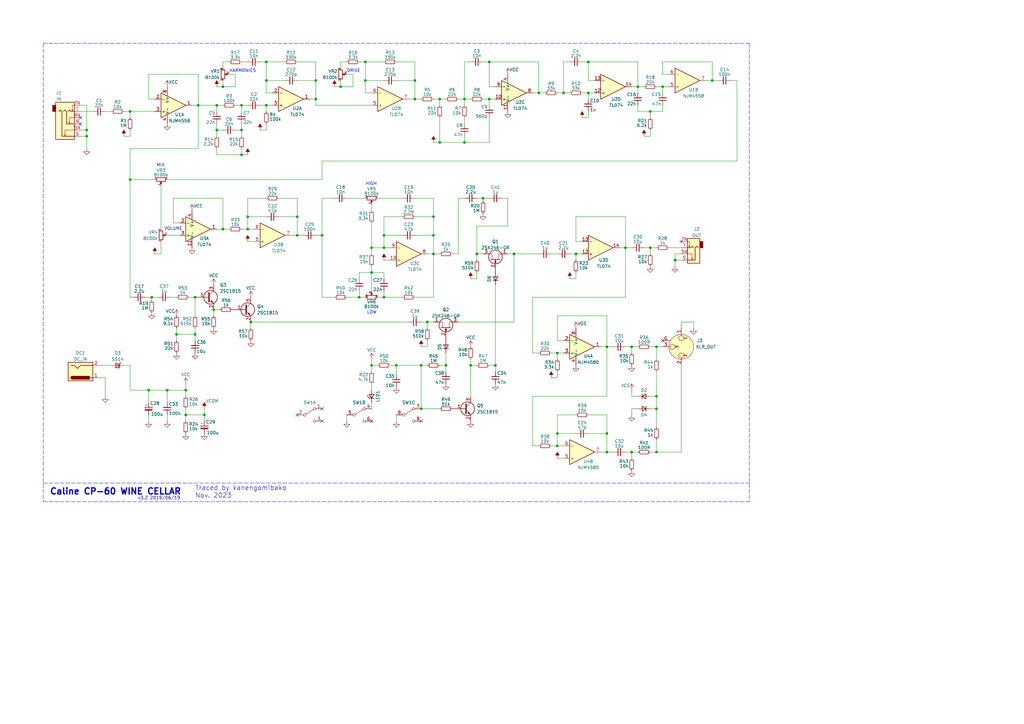
<source format=kicad_sch>
(kicad_sch (version 20230121) (generator eeschema)
  (paper "A3")
  (junction (at 228.6 182.88))
  (junction (at 162.56 149.86))
  (junction (at 269.24 142.24))
  (junction (at 53.34 45.72))
  (junction (at 76.2 160.02))
  (junction (at 88.9 43.18))
  (junction (at 81.28 43.18))
  (junction (at 177.8 96.52))
  (junction (at 203.2 149.86))
  (junction (at 149.86 33.02))
  (junction (at 172.72 167.64))
  (junction (at 152.4 101.6))
  (junction (at 83.82 170.18))
  (junction (at 220.98 38.1))
  (junction (at 259.08 142.24))
  (junction (at 259.08 185.42))
  (junction (at 172.72 149.86))
  (junction (at 193.04 149.86))
  (junction (at 87.63 127))
  (junction (at 129.54 33.02))
  (junction (at 121.92 96.52))
  (junction (at 80.01 121.92))
  (junction (at 248.92 177.8))
  (junction (at 109.22 25.4))
  (junction (at 190.5 40.64))
  (junction (at 152.4 111.76))
  (junction (at 292.1 33.02))
  (junction (at 99.06 63.5))
  (junction (at 99.06 53.34))
  (junction (at 271.78 35.56))
  (junction (at 261.62 35.56))
  (junction (at 101.6 93.98))
  (junction (at 248.92 185.42))
  (junction (at 149.86 25.4))
  (junction (at 101.6 88.9))
  (junction (at 102.87 132.08))
  (junction (at 269.24 185.42))
  (junction (at 177.8 88.9))
  (junction (at 60.96 160.02))
  (junction (at 266.7 101.6))
  (junction (at 129.54 40.64))
  (junction (at 121.92 88.9))
  (junction (at 175.26 132.08))
  (junction (at 180.34 40.64))
  (junction (at 62.23 121.92))
  (junction (at 190.5 58.42))
  (junction (at 200.66 25.4))
  (junction (at 195.58 104.14))
  (junction (at 276.86 106.68))
  (junction (at 170.18 40.64))
  (junction (at 266.7 45.72))
  (junction (at 269.24 162.56))
  (junction (at 157.48 101.6))
  (junction (at 228.6 177.8))
  (junction (at 35.56 55.88))
  (junction (at 177.8 104.14))
  (junction (at 198.12 81.28))
  (junction (at 182.88 149.86))
  (junction (at 231.14 38.1))
  (junction (at 236.22 104.14))
  (junction (at 88.9 53.34))
  (junction (at 91.44 93.98))
  (junction (at 53.34 73.66))
  (junction (at 91.44 35.56))
  (junction (at 80.01 137.16))
  (junction (at 99.06 43.18))
  (junction (at 256.54 101.6))
  (junction (at 170.18 33.02))
  (junction (at 35.56 53.34))
  (junction (at 147.32 121.92))
  (junction (at 109.22 43.18))
  (junction (at 139.7 35.56))
  (junction (at 132.08 96.52))
  (junction (at 157.48 121.92))
  (junction (at 109.22 33.02))
  (junction (at 269.24 167.64))
  (junction (at 72.39 137.16))
  (junction (at 68.58 160.02))
  (junction (at 180.34 58.42))
  (junction (at 200.66 40.64))
  (junction (at 152.4 149.86))
  (junction (at 248.92 142.24))
  (junction (at 76.2 170.18))
  (junction (at 241.3 25.4))
  (junction (at 157.48 96.52))
  (junction (at 228.6 144.78))
  (junction (at 210.82 104.14))
  (junction (at 241.3 38.1))
  (no_connect (at 121.92 170.18))
  (no_connect (at 271.78 139.7))
  (no_connect (at 33.02 48.26))
  (no_connect (at 279.4 99.06))
  (no_connect (at 172.72 172.72))
  (no_connect (at 152.4 172.72))
  (no_connect (at 132.08 167.64))
  (no_connect (at 132.08 172.72))
  (no_connect (at 33.02 50.8))
  (wire (pts (xy 38.1 45.72) (xy 33.02 45.72)))
  (wire (pts (xy 53.34 121.92) (xy 54.61 121.92)))
  (wire (pts (xy 259.08 185.42) (xy 261.62 185.42)))
  (wire (pts (xy 144.78 35.56) (xy 139.7 35.56)))
  (wire (pts (xy 53.34 73.66) (xy 63.5 73.66)))
  (wire (pts (xy 271.78 45.72) (xy 271.78 43.18)))
  (wire (pts (xy 198.12 81.28) (xy 200.66 81.28)))
  (wire (pts (xy 91.44 27.94) (xy 91.44 25.4)))
  (wire (pts (xy 193.04 25.4) (xy 190.5 25.4)))
  (wire (pts (xy 33.02 53.34) (xy 35.56 53.34)))
  (wire (pts (xy 157.48 33.02) (xy 149.86 33.02)))
  (wire (pts (xy 157.48 106.68) (xy 160.02 106.68)))
  (wire (pts (xy 91.44 93.98) (xy 93.98 93.98)))
  (wire (pts (xy 102.87 132.08) (xy 167.64 132.08)))
  (wire (pts (xy 228.6 38.1) (xy 231.14 38.1)))
  (wire (pts (xy 177.8 58.42) (xy 180.34 58.42)))
  (wire (pts (xy 162.56 172.72) (xy 162.56 170.18)))
  (wire (pts (xy 241.3 45.72) (xy 241.3 48.26)))
  (wire (pts (xy 68.58 172.72) (xy 68.58 170.18)))
  (wire (pts (xy 99.06 43.18) (xy 99.06 45.72)))
  (wire (pts (xy 116.84 33.02) (xy 109.22 33.02)))
  (wire (pts (xy 81.28 30.48) (xy 81.28 43.18)))
  (wire (pts (xy 271.78 35.56) (xy 271.78 38.1)))
  (wire (pts (xy 160.02 101.6) (xy 157.48 101.6)))
  (wire (pts (xy 228.6 139.7) (xy 228.6 129.54)))
  (wire (pts (xy 121.92 25.4) (xy 129.54 25.4)))
  (wire (pts (xy 162.56 33.02) (xy 170.18 33.02)))
  (wire (pts (xy 172.72 40.64) (xy 170.18 40.64)))
  (wire (pts (xy 60.96 40.64) (xy 60.96 30.48)))
  (wire (pts (xy 109.22 88.9) (xy 101.6 88.9)))
  (wire (pts (xy 177.8 40.64) (xy 180.34 40.64)))
  (wire (pts (xy 266.7 45.72) (xy 271.78 45.72)))
  (wire (pts (xy 241.3 25.4) (xy 261.62 25.4)))
  (wire (pts (xy 284.48 132.08) (xy 284.48 134.62)))
  (wire (pts (xy 218.44 182.88) (xy 218.44 162.56)))
  (wire (pts (xy 157.48 96.52) (xy 157.48 88.9)))
  (wire (pts (xy 182.88 149.86) (xy 182.88 152.4)))
  (wire (pts (xy 195.58 149.86) (xy 193.04 149.86)))
  (wire (pts (xy 180.34 104.14) (xy 177.8 104.14)))
  (wire (pts (xy 76.2 160.02) (xy 76.2 162.56)))
  (wire (pts (xy 203.2 149.86) (xy 203.2 116.84)))
  (wire (pts (xy 40.64 149.86) (xy 45.72 149.86)))
  (wire (pts (xy 81.28 43.18) (xy 88.9 43.18)))
  (wire (pts (xy 162.56 25.4) (xy 170.18 25.4)))
  (wire (pts (xy 261.62 45.72) (xy 266.7 45.72)))
  (wire (pts (xy 121.92 81.28) (xy 114.3 81.28)))
  (wire (pts (xy 152.4 147.32) (xy 152.4 149.86)))
  (wire (pts (xy 269.24 185.42) (xy 279.4 185.42)))
  (wire (pts (xy 33.02 43.18) (xy 35.56 43.18)))
  (wire (pts (xy 162.56 149.86) (xy 162.56 153.67)))
  (wire (pts (xy 165.1 88.9) (xy 157.48 88.9)))
  (wire (pts (xy 154.94 81.28) (xy 165.1 81.28)))
  (wire (pts (xy 35.56 43.18) (xy 35.56 53.34)))
  (wire (pts (xy 88.9 43.18) (xy 91.44 43.18)))
  (wire (pts (xy 175.26 132.08) (xy 177.8 132.08)))
  (wire (pts (xy 175.26 139.7) (xy 175.26 142.24)))
  (wire (pts (xy 210.82 104.14) (xy 220.98 104.14)))
  (wire (pts (xy 119.38 96.52) (xy 121.92 96.52)))
  (wire (pts (xy 91.44 81.28) (xy 91.44 93.98)))
  (wire (pts (xy 83.82 170.18) (xy 83.82 172.72)))
  (wire (pts (xy 248.92 129.54) (xy 248.92 142.24)))
  (wire (pts (xy 266.7 101.6) (xy 266.7 104.14)))
  (wire (pts (xy 35.56 55.88) (xy 35.56 60.96)))
  (wire (pts (xy 200.66 40.64) (xy 198.12 40.64)))
  (wire (pts (xy 228.6 170.18) (xy 228.6 177.8)))
  (wire (pts (xy 81.28 43.18) (xy 78.74 43.18)))
  (wire (pts (xy 157.48 101.6) (xy 152.4 101.6)))
  (wire (pts (xy 259.08 167.64) (xy 259.08 170.18)))
  (wire (pts (xy 248.92 142.24) (xy 246.38 142.24)))
  (wire (pts (xy 187.96 132.08) (xy 210.82 132.08)))
  (wire (pts (xy 132.08 96.52) (xy 132.08 121.92)))
  (wire (pts (xy 132.08 81.28) (xy 137.16 81.28)))
  (wire (pts (xy 223.52 38.1) (xy 220.98 38.1)))
  (wire (pts (xy 99.06 55.88) (xy 99.06 53.34)))
  (wire (pts (xy 200.66 48.26) (xy 200.66 58.42)))
  (wire (pts (xy 195.58 106.68) (xy 195.58 104.14)))
  (wire (pts (xy 170.18 81.28) (xy 177.8 81.28)))
  (wire (pts (xy 236.22 114.3) (xy 236.22 111.76)))
  (wire (pts (xy 62.23 121.92) (xy 64.77 121.92)))
  (wire (pts (xy 292.1 25.4) (xy 292.1 33.02)))
  (wire (pts (xy 208.28 104.14) (xy 210.82 104.14)))
  (wire (pts (xy 147.32 119.38) (xy 147.32 121.92)))
  (wire (pts (xy 142.24 121.92) (xy 147.32 121.92)))
  (wire (pts (xy 129.54 43.18) (xy 152.4 43.18)))
  (wire (pts (xy 180.34 40.64) (xy 180.34 43.18)))
  (wire (pts (xy 53.34 53.34) (xy 53.34 55.88)))
  (wire (pts (xy 190.5 55.88) (xy 190.5 58.42)))
  (wire (pts (xy 269.24 180.34) (xy 269.24 185.42)))
  (wire (pts (xy 43.18 154.94) (xy 43.18 162.56)))
  (wire (pts (xy 266.7 167.64) (xy 269.24 167.64)))
  (wire (pts (xy 266.7 162.56) (xy 269.24 162.56)))
  (wire (pts (xy 72.39 137.16) (xy 80.01 137.16)))
  (wire (pts (xy 91.44 53.34) (xy 88.9 53.34)))
  (wire (pts (xy 274.32 35.56) (xy 271.78 35.56)))
  (wire (pts (xy 142.24 30.48) (xy 144.78 30.48)))
  (wire (pts (xy 259.08 142.24) (xy 259.08 144.78)))
  (polyline (pts (xy 17.78 17.78) (xy 17.78 205.74)) (stroke (width 0) (type dash)))
  (wire (pts (xy 177.8 81.28) (xy 177.8 88.9)))
  (wire (pts (xy 109.22 43.18) (xy 111.76 43.18)))
  (wire (pts (xy 160.02 149.86) (xy 162.56 149.86)))
  (wire (pts (xy 261.62 25.4) (xy 261.62 35.56)))
  (wire (pts (xy 139.7 35.56) (xy 139.7 33.02)))
  (wire (pts (xy 88.9 63.5) (xy 99.06 63.5)))
  (wire (pts (xy 59.69 121.92) (xy 62.23 121.92)))
  (wire (pts (xy 220.98 38.1) (xy 218.44 38.1)))
  (wire (pts (xy 269.24 152.4) (xy 269.24 162.56)))
  (wire (pts (xy 152.4 152.4) (xy 152.4 149.86)))
  (wire (pts (xy 200.66 43.18) (xy 200.66 40.64)))
  (wire (pts (xy 226.06 144.78) (xy 228.6 144.78)))
  (wire (pts (xy 266.7 142.24) (xy 269.24 142.24)))
  (wire (pts (xy 187.96 104.14) (xy 185.42 104.14)))
  (wire (pts (xy 200.66 25.4) (xy 220.98 25.4)))
  (wire (pts (xy 162.56 149.86) (xy 172.72 149.86)))
  (wire (pts (xy 279.4 134.62) (xy 279.4 132.08)))
  (wire (pts (xy 68.58 73.66) (xy 132.08 73.66)))
  (wire (pts (xy 238.76 25.4) (xy 241.3 25.4)))
  (wire (pts (xy 99.06 60.96) (xy 99.06 63.5)))
  (wire (pts (xy 60.96 30.48) (xy 81.28 30.48)))
  (wire (pts (xy 269.24 142.24) (xy 271.78 142.24)))
  (wire (pts (xy 33.02 55.88) (xy 35.56 55.88)))
  (wire (pts (xy 177.8 104.14) (xy 175.26 104.14)))
  (wire (pts (xy 190.5 25.4) (xy 190.5 40.64)))
  (wire (pts (xy 218.44 121.92) (xy 256.54 121.92)))
  (wire (pts (xy 241.3 48.26) (xy 238.76 48.26)))
  (wire (pts (xy 231.14 187.96) (xy 228.6 187.96)))
  (wire (pts (xy 193.04 149.86) (xy 193.04 162.56)))
  (wire (pts (xy 147.32 121.92) (xy 149.86 121.92)))
  (wire (pts (xy 53.34 55.88) (xy 50.8 55.88)))
  (wire (pts (xy 147.32 114.3) (xy 147.32 111.76)))
  (wire (pts (xy 256.54 101.6) (xy 254 101.6)))
  (wire (pts (xy 175.26 142.24) (xy 172.72 142.24)))
  (wire (pts (xy 76.2 170.18) (xy 76.2 172.72)))
  (wire (pts (xy 269.24 35.56) (xy 271.78 35.56)))
  (wire (pts (xy 73.66 91.44) (xy 71.12 91.44)))
  (wire (pts (xy 241.3 170.18) (xy 248.92 170.18)))
  (wire (pts (xy 66.04 99.06) (xy 66.04 104.14)))
  (wire (pts (xy 152.4 83.82) (xy 152.4 86.36)))
  (wire (pts (xy 109.22 25.4) (xy 109.22 33.02)))
  (wire (pts (xy 251.46 142.24) (xy 248.92 142.24)))
  (wire (pts (xy 200.66 25.4) (xy 198.12 25.4)))
  (wire (pts (xy 261.62 35.56) (xy 261.62 38.1)))
  (wire (pts (xy 88.9 53.34) (xy 88.9 50.8)))
  (wire (pts (xy 129.54 43.18) (xy 129.54 40.64)))
  (wire (pts (xy 170.18 121.92) (xy 177.8 121.92)))
  (wire (pts (xy 53.34 121.92) (xy 53.34 73.66)))
  (polyline (pts (xy 17.78 205.74) (xy 307.34 205.74)) (stroke (width 0) (type dash)))
  (wire (pts (xy 172.72 149.86) (xy 175.26 149.86)))
  (wire (pts (xy 152.4 167.64) (xy 152.4 165.1)))
  (wire (pts (xy 45.72 45.72) (xy 43.18 45.72)))
  (wire (pts (xy 80.01 134.62) (xy 80.01 137.16)))
  (wire (pts (xy 259.08 162.56) (xy 259.08 160.02)))
  (wire (pts (xy 200.66 25.4) (xy 200.66 35.56)))
  (wire (pts (xy 228.6 152.4) (xy 228.6 154.94)))
  (wire (pts (xy 299.72 33.02) (xy 302.26 33.02)))
  (wire (pts (xy 203.2 149.86) (xy 203.2 152.4)))
  (wire (pts (xy 241.3 33.02) (xy 241.3 25.4)))
  (wire (pts (xy 208.28 81.28) (xy 208.28 92.71)))
  (wire (pts (xy 129.54 96.52) (xy 132.08 96.52)))
  (wire (pts (xy 220.98 144.78) (xy 218.44 144.78)))
  (wire (pts (xy 87.63 127) (xy 90.17 127)))
  (wire (pts (xy 62.23 121.92) (xy 62.23 123.19)))
  (polyline (pts (xy 17.78 17.78) (xy 307.34 17.78)) (stroke (width 0) (type dash)))
  (wire (pts (xy 274.32 30.48) (xy 271.78 30.48)))
  (wire (pts (xy 170.18 96.52) (xy 177.8 96.52)))
  (wire (pts (xy 106.68 53.34) (xy 109.22 53.34)))
  (wire (pts (xy 121.92 88.9) (xy 121.92 81.28)))
  (wire (pts (xy 152.4 157.48) (xy 152.4 160.02)))
  (wire (pts (xy 236.22 99.06) (xy 236.22 88.9)))
  (wire (pts (xy 218.44 121.92) (xy 218.44 144.78)))
  (wire (pts (xy 76.2 157.48) (xy 76.2 160.02)))
  (wire (pts (xy 99.06 53.34) (xy 99.06 50.8)))
  (wire (pts (xy 157.48 111.76) (xy 152.4 111.76)))
  (wire (pts (xy 264.16 101.6) (xy 266.7 101.6)))
  (wire (pts (xy 142.24 81.28) (xy 149.86 81.28)))
  (wire (pts (xy 129.54 40.64) (xy 127 40.64)))
  (wire (pts (xy 276.86 106.68) (xy 276.86 109.22)))
  (wire (pts (xy 152.4 101.6) (xy 152.4 104.14)))
  (wire (pts (xy 180.34 149.86) (xy 182.88 149.86)))
  (wire (pts (xy 157.48 121.92) (xy 165.1 121.92)))
  (wire (pts (xy 243.84 33.02) (xy 241.3 33.02)))
  (wire (pts (xy 220.98 25.4) (xy 220.98 38.1)))
  (wire (pts (xy 259.08 142.24) (xy 261.62 142.24)))
  (wire (pts (xy 266.7 55.88) (xy 264.16 55.88)))
  (wire (pts (xy 132.08 121.92) (xy 137.16 121.92)))
  (wire (pts (xy 121.92 96.52) (xy 121.92 88.9)))
  (wire (pts (xy 106.68 25.4) (xy 109.22 25.4)))
  (wire (pts (xy 177.8 96.52) (xy 177.8 104.14)))
  (wire (pts (xy 93.98 30.48) (xy 96.52 30.48)))
  (wire (pts (xy 53.34 60.96) (xy 53.34 73.66)))
  (wire (pts (xy 50.8 149.86) (xy 53.34 149.86)))
  (wire (pts (xy 170.18 33.02) (xy 170.18 40.64)))
  (wire (pts (xy 172.72 167.64) (xy 172.72 149.86)))
  (wire (pts (xy 233.68 114.3) (xy 236.22 114.3)))
  (wire (pts (xy 256.54 142.24) (xy 259.08 142.24)))
  (wire (pts (xy 66.04 76.2) (xy 66.04 93.98)))
  (wire (pts (xy 53.34 60.96) (xy 81.28 60.96)))
  (wire (pts (xy 256.54 88.9) (xy 256.54 101.6)))
  (wire (pts (xy 109.22 53.34) (xy 109.22 50.8)))
  (wire (pts (xy 99.06 25.4) (xy 101.6 25.4)))
  (wire (pts (xy 132.08 66.04) (xy 132.08 73.66)))
  (wire (pts (xy 152.4 149.86) (xy 154.94 149.86)))
  (wire (pts (xy 81.28 43.18) (xy 81.28 60.96)))
  (wire (pts (xy 50.8 45.72) (xy 53.34 45.72)))
  (wire (pts (xy 87.63 127) (xy 87.63 129.54)))
  (wire (pts (xy 116.84 25.4) (xy 109.22 25.4)))
  (wire (pts (xy 203.2 40.64) (xy 200.66 40.64)))
  (wire (pts (xy 35.56 53.34) (xy 35.56 55.88)))
  (wire (pts (xy 220.98 182.88) (xy 218.44 182.88)))
  (wire (pts (xy 63.5 40.64) (xy 60.96 40.64)))
  (wire (pts (xy 294.64 33.02) (xy 292.1 33.02)))
  (wire (pts (xy 276.86 106.68) (xy 279.4 106.68)))
  (wire (pts (xy 195.58 114.3) (xy 195.58 111.76)))
  (wire (pts (xy 53.34 48.26) (xy 53.34 45.72)))
  (wire (pts (xy 147.32 111.76) (xy 152.4 111.76)))
  (wire (pts (xy 243.84 38.1) (xy 241.3 38.1)))
  (wire (pts (xy 154.94 121.92) (xy 157.48 121.92)))
  (wire (pts (xy 292.1 33.02) (xy 289.56 33.02)))
  (wire (pts (xy 96.52 53.34) (xy 99.06 53.34)))
  (wire (pts (xy 53.34 149.86) (xy 53.34 160.02)))
  (wire (pts (xy 157.48 101.6) (xy 157.48 96.52)))
  (wire (pts (xy 231.14 139.7) (xy 228.6 139.7)))
  (wire (pts (xy 226.06 104.14) (xy 228.6 104.14)))
  (wire (pts (xy 190.5 58.42) (xy 180.34 58.42)))
  (wire (pts (xy 77.47 121.92) (xy 80.01 121.92)))
  (wire (pts (xy 60.96 172.72) (xy 60.96 170.18)))
  (wire (pts (xy 261.62 167.64) (xy 259.08 167.64)))
  (wire (pts (xy 88.9 55.88) (xy 88.9 53.34)))
  (wire (pts (xy 71.12 81.28) (xy 71.12 91.44)))
  (wire (pts (xy 53.34 160.02) (xy 60.96 160.02)))
  (wire (pts (xy 60.96 160.02) (xy 60.96 165.1)))
  (wire (pts (xy 88.9 45.72) (xy 88.9 43.18)))
  (wire (pts (xy 256.54 101.6) (xy 259.08 101.6)))
  (wire (pts (xy 248.92 177.8) (xy 248.92 185.42)))
  (wire (pts (xy 228.6 182.88) (xy 228.6 177.8)))
  (wire (pts (xy 251.46 185.42) (xy 248.92 185.42)))
  (wire (pts (xy 96.52 30.48) (xy 96.52 35.56)))
  (wire (pts (xy 241.3 38.1) (xy 238.76 38.1)))
  (wire (pts (xy 195.58 92.71) (xy 195.58 104.14)))
  (wire (pts (xy 266.7 53.34) (xy 266.7 55.88)))
  (wire (pts (xy 231.14 25.4) (xy 233.68 25.4)))
  (wire (pts (xy 261.62 35.56) (xy 259.08 35.56)))
  (wire (pts (xy 88.9 93.98) (xy 91.44 93.98)))
  (wire (pts (xy 193.04 147.32) (xy 193.04 149.86)))
  (wire (pts (xy 104.14 99.06) (xy 101.6 99.06)))
  (wire (pts (xy 266.7 48.26) (xy 266.7 45.72)))
  (wire (pts (xy 210.82 104.14) (xy 210.82 132.08)))
  (wire (pts (xy 80.01 137.16) (xy 80.01 139.7)))
  (wire (pts (xy 264.16 35.56) (xy 261.62 35.56)))
  (wire (pts (xy 256.54 185.42) (xy 259.08 185.42)))
  (wire (pts (xy 231.14 38.1) (xy 233.68 38.1)))
  (wire (pts (xy 236.22 170.18) (xy 228.6 170.18)))
  (wire (pts (xy 187.96 81.28) (xy 190.5 81.28)))
  (wire (pts (xy 266.7 185.42) (xy 269.24 185.42)))
  (wire (pts (xy 72.39 137.16) (xy 72.39 139.7)))
  (wire (pts (xy 241.3 177.8) (xy 248.92 177.8)))
  (wire (pts (xy 279.4 132.08) (xy 284.48 132.08)))
  (wire (pts (xy 152.4 91.44) (xy 152.4 101.6)))
  (wire (pts (xy 195.58 104.14) (xy 198.12 104.14)))
  (wire (pts (xy 236.22 104.14) (xy 238.76 104.14)))
  (wire (pts (xy 248.92 142.24) (xy 248.92 162.56)))
  (polyline (pts (xy 17.78 198.12) (xy 307.34 198.12)) (stroke (width 0) (type dash)))
  (wire (pts (xy 228.6 154.94) (xy 226.06 154.94)))
  (wire (pts (xy 259.08 162.56) (xy 261.62 162.56)))
  (wire (pts (xy 236.22 88.9) (xy 256.54 88.9)))
  (wire (pts (xy 76.2 170.18) (xy 83.82 170.18)))
  (wire (pts (xy 144.78 30.48) (xy 144.78 35.56)))
  (wire (pts (xy 76.2 167.64) (xy 76.2 170.18)))
  (wire (pts (xy 149.86 25.4) (xy 149.86 33.02)))
  (wire (pts (xy 170.18 88.9) (xy 177.8 88.9)))
  (wire (pts (xy 149.86 25.4) (xy 157.48 25.4)))
  (wire (pts (xy 269.24 162.56) (xy 269.24 167.64)))
  (wire (pts (xy 248.92 185.42) (xy 246.38 185.42)))
  (wire (pts (xy 170.18 40.64) (xy 167.64 40.64)))
  (wire (pts (xy 101.6 93.98) (xy 99.06 93.98)))
  (wire (pts (xy 241.3 40.64) (xy 241.3 38.1)))
  (wire (pts (xy 175.26 134.62) (xy 175.26 132.08)))
  (wire (pts (xy 157.48 119.38) (xy 157.48 121.92)))
  (wire (pts (xy 248.92 170.18) (xy 248.92 177.8)))
  (wire (pts (xy 80.01 121.92) (xy 80.01 129.54)))
  (wire (pts (xy 266.7 101.6) (xy 269.24 101.6)))
  (wire (pts (xy 256.54 101.6) (xy 256.54 121.92)))
  (wire (pts (xy 190.5 48.26) (xy 190.5 50.8)))
  (wire (pts (xy 88.9 35.56) (xy 91.44 35.56)))
  (wire (pts (xy 147.32 25.4) (xy 149.86 25.4)))
  (wire (pts (xy 101.6 88.9) (xy 101.6 93.98)))
  (wire (pts (xy 261.62 43.18) (xy 261.62 45.72)))
  (wire (pts (xy 139.7 27.94) (xy 139.7 25.4)))
  (wire (pts (xy 69.85 121.92) (xy 72.39 121.92)))
  (wire (pts (xy 96.52 43.18) (xy 99.06 43.18)))
  (wire (pts (xy 172.72 132.08) (xy 175.26 132.08)))
  (wire (pts (xy 106.68 43.18) (xy 109.22 43.18)))
  (wire (pts (xy 109.22 43.18) (xy 109.22 45.72)))
  (wire (pts (xy 187.96 81.28) (xy 187.96 104.14)))
  (wire (pts (xy 269.24 142.24) (xy 269.24 147.32)))
  (wire (pts (xy 259.08 185.42) (xy 259.08 187.96)))
  (wire (pts (xy 53.34 45.72) (xy 63.5 45.72)))
  (wire (pts (xy 170.18 25.4) (xy 170.18 33.02)))
  (wire (pts (xy 180.34 167.64) (xy 172.72 167.64)))
  (wire (pts (xy 137.16 35.56) (xy 139.7 35.56)))
  (wire (pts (xy 114.3 88.9) (xy 121.92 88.9)))
  (wire (pts (xy 121.92 33.02) (xy 129.54 33.02)))
  (wire (pts (xy 228.6 147.32) (xy 228.6 144.78)))
  (wire (pts (xy 99.06 43.18) (xy 101.6 43.18)))
  (wire (pts (xy 236.22 106.68) (xy 236.22 104.14)))
  (wire (pts (xy 198.12 81.28) (xy 198.12 82.55)))
  (wire (pts (xy 83.82 170.18) (xy 83.82 167.64)))
  (wire (pts (xy 276.86 104.14) (xy 276.86 106.68)))
  (wire (pts (xy 142.24 172.72) (xy 142.24 170.18)))
  (wire (pts (xy 124.46 96.52) (xy 121.92 96.52)))
  (wire (pts (xy 238.76 99.06) (xy 236.22 99.06)))
  (wire (pts (xy 91.44 35.56) (xy 91.44 33.02)))
  (wire (pts (xy 152.4 111.76) (xy 152.4 119.38)))
  (wire (pts (xy 71.12 81.28) (xy 91.44 81.28)))
  (wire (pts (xy 231.14 25.4) (xy 231.14 38.1)))
  (wire (pts (xy 228.6 129.54) (xy 248.92 129.54)))
  (wire (pts (xy 88.9 63.5) (xy 88.9 60.96)))
  (wire (pts (xy 129.54 25.4) (xy 129.54 33.02)))
  (wire (pts (xy 203.2 35.56) (xy 200.66 35.56)))
  (wire (pts (xy 231.14 182.88) (xy 228.6 182.88)))
  (wire (pts (xy 302.26 33.02) (xy 302.26 66.04)))
  (wire (pts (xy 101.6 81.28) (xy 109.22 81.28)))
  (wire (pts (xy 228.6 177.8) (xy 236.22 177.8)))
  (wire (pts (xy 193.04 114.3) (xy 195.58 114.3)))
  (wire (pts (xy 129.54 33.02) (xy 129.54 40.64)))
  (wire (pts (xy 157.48 96.52) (xy 165.1 96.52)))
  (wire (pts (xy 180.34 48.26) (xy 180.34 58.42)))
  (wire (pts (xy 152.4 38.1) (xy 149.86 38.1)))
  (wire (pts (xy 182.88 144.78) (xy 182.88 149.86)))
  (wire (pts (xy 60.96 160.02) (xy 68.58 160.02)))
  (wire (pts (xy 200.66 58.42) (xy 190.5 58.42)))
  (wire (pts (xy 149.86 38.1) (xy 149.86 33.02)))
  (wire (pts (xy 195.58 81.28) (xy 198.12 81.28)))
  (wire (pts (xy 279.4 149.86) (xy 279.4 185.42)))
  (wire (pts (xy 132.08 81.28) (xy 132.08 96.52)))
  (wire (pts (xy 152.4 109.22) (xy 152.4 111.76)))
  (wire (pts (xy 233.68 104.14) (xy 236.22 104.14)))
  (wire (pts (xy 111.76 38.1) (xy 109.22 38.1)))
  (wire (pts (xy 218.44 162.56) (xy 248.92 162.56)))
  (wire (pts (xy 72.39 134.62) (xy 72.39 137.16)))
  (wire (pts (xy 63.5 104.14) (xy 66.04 104.14)))
  (wire (pts (xy 271.78 30.48) (xy 271.78 25.4)))
  (wire (pts (xy 208.28 81.28) (xy 205.74 81.28)))
  (wire (pts (xy 302.26 66.04) (xy 132.08 66.04)))
  (wire (pts (xy 180.34 40.64) (xy 182.88 40.64)))
  (wire (pts (xy 276.86 104.14) (xy 279.4 104.14)))
  (wire (pts (xy 177.8 88.9) (xy 177.8 96.52)))
  (wire (pts (xy 228.6 144.78) (xy 231.14 144.78)))
  (wire (pts (xy 193.04 40.64) (xy 190.5 40.64)))
  (wire (pts (xy 104.14 93.98) (xy 101.6 93.98)))
  (wire (pts (xy 91.44 25.4) (xy 93.98 25.4)))
  (wire (pts (xy 271.78 25.4) (xy 292.1 25.4)))
  (wire (pts (xy 96.52 35.56) (xy 91.44 35.56)))
  (wire (pts (xy 68.58 160.02) (xy 76.2 160.02)))
  (wire (pts (xy 109.22 33.02) (xy 109.22 38.1)))
  (wire (pts (xy 228.6 182.88) (xy 226.06 182.88)))
  (wire (pts (xy 68.58 96.52) (xy 73.66 96.52)))
  (wire (pts (xy 177.8 121.92) (xy 177.8 104.14)))
  (wire (pts (xy 200.66 149.86) (xy 203.2 149.86)))
  (wire (pts (xy 157.48 114.3) (xy 157.48 111.76)))
  (wire (pts (xy 40.64 154.94) (xy 43.18 154.94)))
  (wire (pts (xy 274.32 101.6) (xy 279.4 101.6)))
  (wire (pts (xy 68.58 160.02) (xy 68.58 165.1)))
  (wire (pts (xy 190.5 43.18) (xy 190.5 40.64)))
  (wire (pts (xy 208.28 92.71) (xy 195.58 92.71)))
  (wire (pts (xy 139.7 25.4) (xy 142.24 25.4)))
  (wire (pts (xy 101.6 88.9) (xy 101.6 81.28)))
  (wire (pts (xy 101.6 63.5) (xy 99.06 63.5)))
  (wire (pts (xy 102.87 134.62) (xy 102.87 132.08)))
  (wire (pts (xy 190.5 40.64) (xy 187.96 40.64)))
  (wire (pts (xy 269.24 167.64) (xy 269.24 175.26)))
  (polyline (pts (xy 307.34 17.78) (xy 307.34 205.74)) (stroke (width 0) (type dash)))
  (text "MIX" (at 64.135 68.58 0) (effects (font (size 1.27 1.27)) (justify left bottom)))
  (text "LOW" (at 150.495 128.905 0) (effects (font (size 1.27 1.27)) (justify left bottom)))
  (text "Traced by kanengomibako\nNov. 2023" (at 80.01 204.47 0) (effects (font (size 1.905 1.905)) (justify left bottom)))
  (text "VOLUME" (at 67.31 94.615 0) (effects (font (size 1.27 1.27)) (justify left bottom)))
  (text "DRIVE" (at 142.24 29.845 0) (effects (font (size 1.27 1.27)) (justify left bottom)))
  (text "Caline CP-60 WINE CELLAR" (at 20.32 203.2 0) (effects (font (size 2.54 2.54) (thickness 0.508) bold) (justify left bottom)))
  (text "v3.2 2019/06/19" (at 56.515 205.105 0) (effects (font (size 1.27 1.27)) (justify left bottom)))
  (text "HARMONICS" (at 93.98 29.845 0) (effects (font (size 1.27 1.27)) (justify left bottom)))
  (text "HIGH" (at 149.86 76.2 0) (effects (font (size 1.27 1.27)) (justify left bottom)))
  (symbol (lib_id "power:VCOM") (at 50.8 55.88 0) (unit 1)
    (property "Reference" "#PWR0103" (effects hide))
    (property "Value" "VCOM" (effects hide))
  )
  (symbol (lib_id "Device:R_Small") (at 193.04 144.78 0) (unit 1)
    (property "Reference" "R48" (at 191.77 143.51 0) (effects (justify right)))
    (property "Value" "10k" (at 191.77 145.415 0) (effects (justify right)))
    (property "Footprint" "Resistor_SMD:R_0603_1608Metric" (effects hide))
  )
  (symbol (lib_id "Device:R_Small") (at 198.12 149.86 270) (unit 1)
    (property "Reference" "R47" (at 198.12 146.05 90))
    (property "Value" "1M" (at 198.12 147.955 90))
    (property "Footprint" "Resistor_SMD:R_0603_1608Metric" (effects hide))
  )
  (symbol (lib_id "Device:C_Small") (at 203.2 154.94 180) (unit 1)
    (property "Reference" "C34" (at 203.835 153.035 0) (effects (justify right)))
    (property "Value" "47n" (at 203.835 156.845 0) (effects (justify right)))
    (property "Footprint" "Capacitor_SMD:C_0603_1608Metric" (effects hide))
  )
  (symbol (lib_id "Device:R_Small") (at 76.2 165.1 0) (mirror y) (unit 1)
    (property "Reference" "R26" (at 77.47 163.83 0) (effects (justify right)))
    (property "Value" "10k" (at 77.47 165.735 0) (effects (justify right)))
    (property "Footprint" "Resistor_SMD:R_0603_1608Metric" (effects hide))
  )
  (symbol (lib_id "Device:R_Small") (at 76.2 175.26 0) (mirror y) (unit 1)
    (property "Reference" "R24" (at 77.47 173.99 0) (effects (justify right)))
    (property "Value" "10k" (at 77.47 175.895 0) (effects (justify right)))
    (property "Footprint" "Resistor_SMD:R_0603_1608Metric" (effects hide))
  )
  (symbol (lib_id "power:GND") (at 76.2 177.8 0) (unit 1)
    (property "Reference" "#PWR0109" (effects hide))
    (property "Value" "GND" (effects hide))
  )
  (symbol (lib_id "power:GND") (at 83.82 177.8 0) (unit 1)
    (property "Reference" "#PWR0113" (effects hide))
    (property "Value" "GND" (effects hide))
  )
  (symbol (lib_id "Device:R_Small") (at 177.8 149.86 90) (mirror x) (unit 1)
    (property "Reference" "R46" (at 177.8 146.05 90))
    (property "Value" "1M" (at 177.8 147.955 90))
    (property "Footprint" "Resistor_SMD:R_0603_1608Metric" (effects hide))
  )
  (symbol (lib_id "Device:C_Small") (at 182.88 154.94 0) (mirror x) (unit 1)
    (property "Reference" "C38" (at 182.245 153.035 0) (effects (justify right)))
    (property "Value" "47n" (at 182.245 156.845 0) (effects (justify right)))
    (property "Footprint" "Capacitor_SMD:C_0603_1608Metric" (effects hide))
  )
  (symbol (lib_id "power:GND") (at 162.56 158.75 0) (unit 1)
    (property "Reference" "#PWR0120" (effects hide))
    (property "Value" "GND" (effects hide))
  )
  (symbol (lib_id "Device:R_Small") (at 53.34 50.8 0) (unit 1)
    (property "Reference" "R1" (at 52.07 49.53 0) (effects (justify right)))
    (property "Value" "1M" (at 52.07 51.435 0) (effects (justify right)))
    (property "Footprint" "Resistor_SMD:R_0603_1608Metric" (effects hide))
  )
  (symbol (lib_id "Device:R_Small") (at 48.26 45.72 270) (unit 1)
    (property "Reference" "R2" (at 48.26 41.91 90))
    (property "Value" "10k" (at 48.26 43.815 90))
    (property "Footprint" "Resistor_SMD:R_0603_1608Metric" (effects hide))
  )
  (symbol (lib_id "Device:C_Small") (at 40.64 45.72 270) (unit 1)
    (property "Reference" "C1" (at 40.64 41.275 90))
    (property "Value" "22n" (at 40.64 43.18 90))
    (property "Footprint" "Capacitor_SMD:C_0603_1608Metric" (effects hide))
  )
  (symbol (lib_id "Device:C_Small") (at 119.38 33.02 270) (unit 1)
    (property "Reference" "C12" (at 119.38 28.575 90))
    (property "Value" "270p" (at 119.38 30.48 90))
    (property "Footprint" "Capacitor_SMD:C_0603_1608Metric" (effects hide))
  )
  (symbol (lib_id "Device:C_Small") (at 160.02 33.02 270) (unit 1)
    (property "Reference" "C13" (at 160.02 28.575 90))
    (property "Value" "270p" (at 160.02 30.48 90))
    (property "Footprint" "Capacitor_SMD:C_0603_1608Metric" (effects hide))
  )
  (symbol (lib_id "power:VCOM") (at 63.5 104.14 0) (unit 1)
    (property "Reference" "#PWR0105" (effects hide))
    (property "Value" "VCOM" (effects hide))
  )
  (symbol (lib_id "Device:C_Small") (at 167.64 96.52 270) (unit 1)
    (property "Reference" "C23" (at 167.64 92.075 90))
    (property "Value" "47p" (at 167.64 93.98 90))
    (property "Footprint" "Capacitor_SMD:C_0603_1608Metric" (effects hide))
  )
  (symbol (lib_id "Device:C_Small") (at 127 96.52 270) (unit 1)
    (property "Reference" "C25" (at 127 92.075 90))
    (property "Value" "100n" (at 127 93.98 90))
    (property "Footprint" "Capacitor_SMD:C_0603_1608Metric" (effects hide))
  )
  (symbol (lib_id "power:VCOM") (at 172.72 142.24 0) (unit 1)
    (property "Reference" "#PWR0127" (effects hide))
    (property "Value" "VCOM" (effects hide))
  )
  (symbol (lib_id "Device:R_Small") (at 175.26 137.16 0) (unit 1)
    (property "Reference" "R58" (at 173.99 135.89 0) (effects (justify right)))
    (property "Value" "510k" (at 173.99 137.795 0) (effects (justify right)))
    (property "Footprint" "Resistor_SMD:R_0603_1608Metric" (effects hide))
  )
  (symbol (lib_id "Device:R_Small") (at 236.22 109.22 0) (mirror y) (unit 1)
    (property "Reference" "R23" (at 237.49 107.95 0) (effects (justify right)))
    (property "Value" "10k" (at 237.49 109.855 0) (effects (justify right)))
    (property "Footprint" "Resistor_SMD:R_0603_1608Metric" (effects hide))
  )
  (symbol (lib_id "power:VCOM") (at 233.68 114.3 0) (unit 1)
    (property "Reference" "#PWR0140" (effects hide))
    (property "Value" "VCOM" (effects hide))
  )
  (symbol (lib_id "power:GND") (at 43.18 162.56 0) (unit 1)
    (property "Reference" "#PWR0102" (effects hide))
    (property "Value" "GND" (effects hide))
  )
  (symbol (lib_id "power:VCOM") (at 83.82 167.64 0) (unit 1)
    (property "Reference" "#PWR0112" (effects hide))
    (property "Value" "VCOM" (at 86.995 164.465 0))
  )
  (symbol (lib_id "Device:R_Small") (at 271.78 101.6 270) (unit 1)
    (property "Reference" "R28" (at 271.78 97.79 90))
    (property "Value" "1k" (at 271.78 99.695 90))
    (property "Footprint" "Resistor_SMD:R_0603_1608Metric" (effects hide))
  )
  (symbol (lib_id "Device:R_Small") (at 266.7 106.68 0) (unit 1)
    (property "Reference" "R27" (at 265.43 105.41 0) (effects (justify right)))
    (property "Value" "10k" (at 265.43 107.315 0) (effects (justify right)))
    (property "Footprint" "Resistor_SMD:R_0603_1608Metric" (effects hide))
  )
  (symbol (lib_id "power:GND") (at 266.7 109.22 0) (unit 1)
    (property "Reference" "#PWR0147" (effects hide))
    (property "Value" "GND" (effects hide))
  )
  (symbol (lib_id "Device:R_Small") (at 93.98 43.18 270) (unit 1)
    (property "Reference" "R3" (at 93.98 39.37 90))
    (property "Value" "100k" (at 93.98 41.275 90))
    (property "Footprint" "Resistor_SMD:R_0603_1608Metric" (effects hide))
  )
  (symbol (lib_id "Device:C_Small") (at 93.98 53.34 270) (unit 1)
    (property "Reference" "C6" (at 93.98 48.895 90))
    (property "Value" "22n" (at 93.98 50.8 90))
    (property "Footprint" "Capacitor_SMD:C_0603_1608Metric" (effects hide))
  )
  (symbol (lib_id "Device:R_Small") (at 88.9 58.42 0) (unit 1)
    (property "Reference" "R14" (at 87.63 57.15 0) (effects (justify right)))
    (property "Value" "2.2k" (at 87.63 59.055 0) (effects (justify right)))
    (property "Footprint" "Resistor_SMD:R_0603_1608Metric" (effects hide))
  )
  (symbol (lib_id "power:VCOM") (at 101.6 63.5 0) (unit 1)
    (property "Reference" "#PWR0115" (effects hide))
    (property "Value" "VCOM" (effects hide))
  )
  (symbol (lib_id "Device:R_Small") (at 99.06 58.42 0) (unit 1)
    (property "Reference" "R15" (at 97.79 57.15 0) (effects (justify right)))
    (property "Value" "22k" (at 97.79 59.055 0) (effects (justify right)))
    (property "Footprint" "Resistor_SMD:R_0603_1608Metric" (effects hide))
  )
  (symbol (lib_id "Device:C_Small") (at 88.9 48.26 0) (mirror x) (unit 1)
    (property "Reference" "C5" (at 88.265 46.355 0) (effects (justify right)))
    (property "Value" "22n" (at 88.265 50.165 0) (effects (justify right)))
    (property "Footprint" "Capacitor_SMD:C_0603_1608Metric" (effects hide))
  )
  (symbol (lib_id "Device:C_Small") (at 99.06 48.26 180) (unit 1)
    (property "Reference" "C7" (at 99.695 46.355 0) (effects (justify right)))
    (property "Value" "22n" (at 99.695 50.165 0) (effects (justify right)))
    (property "Footprint" "Capacitor_SMD:C_0603_1608Metric" (effects hide))
  )
  (symbol (lib_id "power:GND") (at 60.96 172.72 0) (unit 1)
    (property "Reference" "#PWR0104" (effects hide))
    (property "Value" "GND" (effects hide))
  )
  (symbol (lib_id "power:VCC") (at 76.2 157.48 0) (unit 1)
    (property "Reference" "#PWR0108" (effects hide))
    (property "Value" "VCC" (at 76.2 153.67 0))
  )
  (symbol (lib_id "Device:R_Small") (at 223.52 144.78 270) (unit 1)
    (property "Reference" "R30" (at 223.52 140.97 90))
    (property "Value" "22k" (at 223.52 142.875 90))
    (property "Footprint" "Resistor_SMD:R_0603_1608Metric" (effects hide))
  )
  (symbol (lib_id "Device:R_Small") (at 228.6 149.86 0) (unit 1)
    (property "Reference" "R34" (at 227.33 148.59 0) (effects (justify right)))
    (property "Value" "3.3k" (at 227.33 150.495 0) (effects (justify right)))
    (property "Footprint" "Resistor_SMD:R_0603_1608Metric" (effects hide))
  )
  (symbol (lib_id "power:VCOM") (at 226.06 154.94 0) (unit 1)
    (property "Reference" "#PWR0138" (effects hide))
    (property "Value" "VCOM" (effects hide))
  )
  (symbol (lib_id "Device:C_Small") (at 238.76 177.8 270) (unit 1)
    (property "Reference" "C24" (at 238.76 173.355 90))
    (property "Value" "47p" (at 238.76 175.26 90))
    (property "Footprint" "Capacitor_SMD:C_0603_1608Metric" (effects hide))
  )
  (symbol (lib_id "power:GND") (at 203.2 157.48 0) (mirror y) (unit 1)
    (property "Reference" "#PWR0133" (effects hide))
    (property "Value" "GND" (effects hide))
  )
  (symbol (lib_id "power:GND") (at 182.88 157.48 0) (mirror y) (unit 1)
    (property "Reference" "#PWR0129" (effects hide))
    (property "Value" "GND" (effects hide))
  )
  (symbol (lib_id "Device:C_Small") (at 104.14 43.18 270) (unit 1)
    (property "Reference" "C2" (at 104.14 38.735 90))
    (property "Value" "22n" (at 104.14 40.64 90))
    (property "Footprint" "Capacitor_SMD:C_0603_1608Metric" (effects hide))
  )
  (symbol (lib_id "Device:R_Small") (at 109.22 48.26 0) (mirror y) (unit 1)
    (property "Reference" "R4" (at 110.49 46.99 0) (effects (justify right)))
    (property "Value" "100k" (at 110.49 48.895 0) (effects (justify right)))
    (property "Footprint" "Resistor_SMD:R_0603_1608Metric" (effects hide))
  )
  (symbol (lib_id "power:VCOM") (at 106.68 53.34 0) (unit 1)
    (property "Reference" "#PWR0117" (effects hide))
    (property "Value" "VCOM" (effects hide))
  )
  (symbol (lib_id "Device:C_Small") (at 104.14 25.4 270) (unit 1)
    (property "Reference" "C11" (at 104.14 20.955 90))
    (property "Value" "10n" (at 104.14 22.86 90))
    (property "Footprint" "Capacitor_SMD:C_0603_1608Metric" (effects hide))
  )
  (symbol (lib_id "Device:R_Small") (at 96.52 25.4 270) (unit 1)
    (property "Reference" "R17" (at 96.52 21.59 90))
    (property "Value" "3.3k" (at 96.52 23.495 90))
    (property "Footprint" "Resistor_SMD:R_0603_1608Metric" (effects hide))
  )
  (symbol (lib_id "power:VCOM") (at 88.9 35.56 0) (unit 1)
    (property "Reference" "#PWR0114" (effects hide))
    (property "Value" "VCOM" (effects hide))
  )
  (symbol (lib_id "Device:R_Small") (at 119.38 25.4 270) (unit 1)
    (property "Reference" "R12" (at 119.38 21.59 90))
    (property "Value" "330k" (at 119.38 23.495 90))
    (property "Footprint" "Resistor_SMD:R_0603_1608Metric" (effects hide))
  )
  (symbol (lib_id "Device:LED_Small") (at 152.4 162.56 90) (unit 1)
    (property "Reference" "LED1" (at 154.94 162.56 0))
    (property "Value" "LED" (effects hide))
    (property "Footprint" "LED_THT:LED_D5.0mm" (effects hide))
  )
  (symbol (lib_id "Device:R_Small") (at 264.16 142.24 270) (unit 1)
    (property "Reference" "R36" (at 264.16 138.43 90))
    (property "Value" "100R" (at 264.16 140.335 90))
    (property "Footprint" "Resistor_SMD:R_0603_1608Metric" (effects hide))
  )
  (symbol (lib_id "Device:R_Small") (at 259.08 147.32 0) (unit 1)
    (property "Reference" "R35" (at 257.81 146.05 0) (effects (justify right)))
    (property "Value" "10k" (at 257.81 147.955 0) (effects (justify right)))
    (property "Footprint" "Resistor_SMD:R_0603_1608Metric" (effects hide))
  )
  (symbol (lib_id "power:GND") (at 259.08 149.86 0) (unit 1)
    (property "Reference" "#PWR0144" (effects hide))
    (property "Value" "GND" (effects hide))
  )
  (symbol (lib_id "power:VCOM") (at 228.6 187.96 0) (unit 1)
    (property "Reference" "#PWR0139" (effects hide))
    (property "Value" "VCOM" (effects hide))
  )
  (symbol (lib_id "Device:R_Small") (at 223.52 182.88 270) (unit 1)
    (property "Reference" "R38" (at 223.52 179.07 90))
    (property "Value" "10k" (at 223.52 180.975 90))
    (property "Footprint" "Resistor_SMD:R_0603_1608Metric" (effects hide))
  )
  (symbol (lib_id "Device:R_Small") (at 238.76 170.18 270) (unit 1)
    (property "Reference" "R39" (at 238.76 166.37 90))
    (property "Value" "10k" (at 238.76 168.275 90))
    (property "Footprint" "Resistor_SMD:R_0603_1608Metric" (effects hide))
  )
  (symbol (lib_id "Device:C_Small") (at 68.58 167.64 180) (unit 1)
    (property "Reference" "C33" (at 69.215 165.735 0) (effects (justify right)))
    (property "Value" "100n" (at 69.215 169.545 0) (effects (justify right)))
    (property "Footprint" "Capacitor_SMD:C_0603_1608Metric" (effects hide))
  )
  (symbol (lib_id "power:GND") (at 68.58 172.72 0) (mirror y) (unit 1)
    (property "Reference" "#PWR0131" (effects hide))
    (property "Value" "GND" (effects hide))
  )
  (symbol (lib_id "Device:R_Small") (at 144.78 25.4 270) (unit 1)
    (property "Reference" "R16" (at 144.78 21.59 90))
    (property "Value" "3.3k" (at 144.78 23.495 90))
    (property "Footprint" "Resistor_SMD:R_0603_1608Metric" (effects hide))
  )
  (symbol (lib_id "power:VCOM") (at 137.16 35.56 0) (unit 1)
    (property "Reference" "#PWR0121" (effects hide))
    (property "Value" "VCOM" (effects hide))
  )
  (symbol (lib_id "Device:R_Small") (at 160.02 25.4 270) (unit 1)
    (property "Reference" "R13" (at 160.02 21.59 90))
    (property "Value" "330k" (at 160.02 23.495 90))
    (property "Footprint" "Resistor_SMD:R_0603_1608Metric" (effects hide))
  )
  (symbol (lib_id "Device:R_Small") (at 264.16 185.42 270) (unit 1)
    (property "Reference" "R41" (at 264.16 181.61 90))
    (property "Value" "100R" (at 264.16 183.515 90))
    (property "Footprint" "Resistor_SMD:R_0603_1608Metric" (effects hide))
  )
  (symbol (lib_id "Device:R_Small") (at 259.08 190.5 0) (unit 1)
    (property "Reference" "R43" (at 257.81 189.23 0) (effects (justify right)))
    (property "Value" "10k" (at 257.81 191.135 0) (effects (justify right)))
    (property "Footprint" "Resistor_SMD:R_0603_1608Metric" (effects hide))
  )
  (symbol (lib_id "power:GND") (at 259.08 193.04 0) (unit 1)
    (property "Reference" "#PWR0145" (effects hide))
    (property "Value" "GND" (effects hide))
  )
  (symbol (lib_id "Device:R_Small") (at 175.26 40.64 270) (unit 1)
    (property "Reference" "R5" (at 175.26 36.83 90))
    (property "Value" "10k" (at 175.26 38.735 90))
    (property "Footprint" "Resistor_SMD:R_0603_1608Metric" (effects hide))
  )
  (symbol (lib_id "Device:R_Small") (at 180.34 45.72 0) (unit 1)
    (property "Reference" "R11" (at 179.07 44.45 0) (effects (justify right)))
    (property "Value" "22k" (at 179.07 46.355 0) (effects (justify right)))
    (property "Footprint" "Resistor_SMD:R_0603_1608Metric" (effects hide))
  )
  (symbol (lib_id "power:VCOM") (at 177.8 58.42 0) (unit 1)
    (property "Reference" "#PWR0128" (effects hide))
    (property "Value" "VCOM" (effects hide))
  )
  (symbol (lib_id "Device:R_Small") (at 185.42 40.64 270) (unit 1)
    (property "Reference" "R6" (at 185.42 36.83 90))
    (property "Value" "22k" (at 185.42 38.735 90))
    (property "Footprint" "Resistor_SMD:R_0603_1608Metric" (effects hide))
  )
  (symbol (lib_id "Device:C_Small") (at 195.58 25.4 270) (unit 1)
    (property "Reference" "C3" (at 195.58 20.955 90))
    (property "Value" "10n" (at 195.58 22.86 90))
    (property "Footprint" "Capacitor_SMD:C_0603_1608Metric" (effects hide))
  )
  (symbol (lib_id "Device:R_Small") (at 226.06 38.1 270) (unit 1)
    (property "Reference" "R9" (at 226.06 34.29 90))
    (property "Value" "33k" (at 226.06 36.195 90))
    (property "Footprint" "Resistor_SMD:R_0603_1608Metric" (effects hide))
  )
  (symbol (lib_id "Device:R_Small") (at 195.58 40.64 270) (unit 1)
    (property "Reference" "R8" (at 195.58 36.83 90))
    (property "Value" "22k" (at 195.58 38.735 90))
    (property "Footprint" "Resistor_SMD:R_0603_1608Metric" (effects hide))
  )
  (symbol (lib_id "Device:R_Small") (at 190.5 45.72 0) (unit 1)
    (property "Reference" "R7" (at 189.23 44.45 0) (effects (justify right)))
    (property "Value" "10k" (at 189.23 46.355 0) (effects (justify right)))
    (property "Footprint" "Resistor_SMD:R_0603_1608Metric" (effects hide))
  )
  (symbol (lib_id "Device:C_Small") (at 190.5 53.34 0) (mirror x) (unit 1)
    (property "Reference" "C8" (at 189.865 51.435 0) (effects (justify right)))
    (property "Value" "47n" (at 189.865 55.245 0) (effects (justify right)))
    (property "Footprint" "Capacitor_SMD:C_0603_1608Metric" (effects hide))
  )
  (symbol (lib_id "Device:C_Small") (at 200.66 45.72 0) (mirror x) (unit 1)
    (property "Reference" "C9" (at 200.025 43.815 0) (effects (justify right)))
    (property "Value" "560p" (at 200.025 47.625 0) (effects (justify right)))
    (property "Footprint" "Capacitor_SMD:C_0603_1608Metric" (effects hide))
  )
  (symbol (lib_id "Device:C_Small") (at 254 142.24 90) (mirror x) (unit 1)
    (property "Reference" "C31" (at 254 137.795 90))
    (property "Value" "10u" (at 254 139.7 90))
    (property "Footprint" "Capacitor_SMD:C_0603_1608Metric" (effects hide))
  )
  (symbol (lib_id "Device:C_Small") (at 254 185.42 90) (mirror x) (unit 1)
    (property "Reference" "C32" (at 254 180.975 90))
    (property "Value" "10u" (at 254 182.88 90))
    (property "Footprint" "Capacitor_SMD:C_0603_1608Metric" (effects hide))
  )
  (symbol (lib_id "Device:R_Small") (at 236.22 38.1 270) (unit 1)
    (property "Reference" "R10" (at 236.22 34.29 90))
    (property "Value" "33k" (at 236.22 36.195 90))
    (property "Footprint" "Resistor_SMD:R_0603_1608Metric" (effects hide))
  )
  (symbol (lib_id "Device:C_Small") (at 241.3 43.18 180) (unit 1)
    (property "Reference" "C10" (at 241.935 41.275 0) (effects (justify right)))
    (property "Value" "1n" (at 241.935 45.085 0) (effects (justify right)))
    (property "Footprint" "Capacitor_SMD:C_0603_1608Metric" (effects hide))
  )
  (symbol (lib_id "Device:C_Small") (at 236.22 25.4 270) (unit 1)
    (property "Reference" "C4" (at 236.22 20.955 90))
    (property "Value" "2.2n" (at 236.22 22.86 90))
    (property "Footprint" "Capacitor_SMD:C_0603_1608Metric" (effects hide))
  )
  (symbol (lib_id "Device:R_Small") (at 152.4 154.94 0) (unit 1)
    (property "Reference" "R22" (at 151.13 153.67 0) (effects (justify right)))
    (property "Value" "4.7k" (at 151.13 155.575 0) (effects (justify right)))
    (property "Footprint" "Resistor_SMD:R_0603_1608Metric" (effects hide))
  )
  (symbol (lib_id "power:VCOM") (at 238.76 48.26 0) (unit 1)
    (property "Reference" "#PWR0143" (effects hide))
    (property "Value" "VCOM" (effects hide))
  )
  (symbol (lib_id "Device:C_Small") (at 261.62 40.64 0) (mirror x) (unit 1)
    (property "Reference" "C16" (at 260.985 38.735 0) (effects (justify right)))
    (property "Value" "22n" (at 260.985 42.545 0) (effects (justify right)))
    (property "Footprint" "Capacitor_SMD:C_0603_1608Metric" (effects hide))
  )
  (symbol (lib_id "Device:C_Small") (at 271.78 40.64 0) (mirror x) (unit 1)
    (property "Reference" "C15" (at 271.145 38.735 0) (effects (justify right)))
    (property "Value" "47n" (at 271.145 42.545 0) (effects (justify right)))
    (property "Footprint" "Capacitor_SMD:C_0603_1608Metric" (effects hide))
  )
  (symbol (lib_id "Device:R_Small") (at 266.7 50.8 0) (unit 1)
    (property "Reference" "R21" (at 265.43 49.53 0) (effects (justify right)))
    (property "Value" "6.2k" (at 265.43 51.435 0) (effects (justify right)))
    (property "Footprint" "Resistor_SMD:R_0603_1608Metric" (effects hide))
  )
  (symbol (lib_id "power:VCOM") (at 264.16 55.88 0) (unit 1)
    (property "Reference" "#PWR0146" (effects hide))
    (property "Value" "VCOM" (effects hide))
  )
  (symbol (lib_id "Device:R_Small") (at 266.7 35.56 270) (unit 1)
    (property "Reference" "R18" (at 266.7 31.75 90))
    (property "Value" "22k" (at 266.7 33.655 90))
    (property "Footprint" "Resistor_SMD:R_0603_1608Metric" (effects hide))
  )
  (symbol (lib_id "Device:D_Small") (at 203.2 114.3 90) (unit 1)
    (property "Reference" "D6" (at 200.66 114.3 0))
    (property "Value" "D" (effects hide))
    (property "Footprint" "myFoot:my_D_P5.08mm_Horizontal" (effects hide))
  )
  (symbol (lib_id "Device:C_Small") (at 297.18 33.02 270) (unit 1)
    (property "Reference" "C14" (at 297.18 28.575 90))
    (property "Value" "100n" (at 297.18 30.48 90))
    (property "Footprint" "Capacitor_SMD:C_0603_1608Metric" (effects hide))
  )
  (symbol (lib_id "Device:R_Small") (at 96.52 93.98 270) (unit 1)
    (property "Reference" "R33" (at 96.52 90.17 90))
    (property "Value" "10k" (at 96.52 92.075 90))
    (property "Footprint" "Resistor_SMD:R_0603_1608Metric" (effects hide))
  )
  (symbol (lib_id "Device:R_Small") (at 111.76 81.28 270) (unit 1)
    (property "Reference" "R29" (at 111.76 77.47 90))
    (property "Value" "22k" (at 111.76 79.375 90))
    (property "Footprint" "Resistor_SMD:R_0603_1608Metric" (effects hide))
  )
  (symbol (lib_id "power:VCC") (at 68.58 35.56 0) (unit 1)
    (property "Reference" "#PWR0106" (effects hide))
    (property "Value" "VCC" (at 71.12 33.655 0))
  )
  (symbol (lib_id "power:GND") (at 68.58 50.8 0) (mirror y) (unit 1)
    (property "Reference" "#PWR0107" (effects hide))
    (property "Value" "GND" (effects hide))
  )
  (symbol (lib_id "power:VCOM") (at 101.6 99.06 0) (unit 1)
    (property "Reference" "#PWR0116" (effects hide))
    (property "Value" "VCOM" (effects hide))
  )
  (symbol (lib_id "Device:C_Small") (at 139.7 81.28 270) (unit 1)
    (property "Reference" "C18" (at 139.7 76.835 90))
    (property "Value" "10n" (at 139.7 78.74 90))
    (property "Footprint" "Capacitor_SMD:C_0603_1608Metric" (effects hide))
  )
  (symbol (lib_id "Device:R_Small") (at 152.4 88.9 0) (unit 1)
    (property "Reference" "R31" (at 151.13 87.63 0) (effects (justify right)))
    (property "Value" "3.3k" (at 151.13 89.535 0) (effects (justify right)))
    (property "Footprint" "Resistor_SMD:R_0603_1608Metric" (effects hide))
  )
  (symbol (lib_id "Device:C_Small") (at 167.64 81.28 270) (unit 1)
    (property "Reference" "C19" (at 167.64 76.835 90))
    (property "Value" "10n" (at 167.64 78.74 90))
    (property "Footprint" "Capacitor_SMD:C_0603_1608Metric" (effects hide))
  )
  (symbol (lib_id "Device:R_Small") (at 167.64 88.9 270) (unit 1)
    (property "Reference" "R32" (at 167.64 85.09 90))
    (property "Value" "2.2M" (at 167.64 86.995 90))
    (property "Footprint" "Resistor_SMD:R_0603_1608Metric" (effects hide))
  )
  (symbol (lib_id "Device:C_Small") (at 111.76 88.9 270) (unit 1)
    (property "Reference" "C22" (at 111.76 84.455 90))
    (property "Value" "47p" (at 111.76 86.36 90))
    (property "Footprint" "Capacitor_SMD:C_0603_1608Metric" (effects hide))
  )
  (symbol (lib_id "Device:R_Small") (at 182.88 104.14 270) (unit 1)
    (property "Reference" "R25" (at 182.88 100.33 90))
    (property "Value" "1k" (at 182.88 102.235 90))
    (property "Footprint" "Resistor_SMD:R_0603_1608Metric" (effects hide))
  )
  (symbol (lib_id "Device:R_Small") (at 139.7 121.92 270) (unit 1)
    (property "Reference" "R40" (at 139.7 118.11 90))
    (property "Value" "10k" (at 139.7 120.015 90))
    (property "Footprint" "Resistor_SMD:R_0603_1608Metric" (effects hide))
  )
  (symbol (lib_id "Device:R_Small") (at 152.4 106.68 0) (unit 1)
    (property "Reference" "R37" (at 151.13 105.41 0) (effects (justify right)))
    (property "Value" "10k" (at 151.13 107.315 0) (effects (justify right)))
    (property "Footprint" "Resistor_SMD:R_0603_1608Metric" (effects hide))
  )
  (symbol (lib_id "Device:C_Small") (at 147.32 116.84 0) (mirror x) (unit 1)
    (property "Reference" "C26" (at 146.685 114.935 0) (effects (justify right)))
    (property "Value" "22n" (at 146.685 118.745 0) (effects (justify right)))
    (property "Footprint" "Capacitor_SMD:C_0603_1608Metric" (effects hide))
  )
  (symbol (lib_id "Device:C_Small") (at 157.48 116.84 0) (mirror x) (unit 1)
    (property "Reference" "C27" (at 156.845 114.935 0) (effects (justify right)))
    (property "Value" "22n" (at 156.845 118.745 0) (effects (justify right)))
    (property "Footprint" "Capacitor_SMD:C_0603_1608Metric" (effects hide))
  )
  (symbol (lib_id "Device:R_Small") (at 167.64 121.92 270) (unit 1)
    (property "Reference" "R42" (at 167.64 118.11 90))
    (property "Value" "10k" (at 167.64 120.015 90))
    (property "Footprint" "Resistor_SMD:R_0603_1608Metric" (effects hide))
  )
  (symbol (lib_id "power:GND") (at 35.56 60.96 0) (mirror y) (unit 1)
    (property "Reference" "#PWR0101" (effects hide))
    (property "Value" "GND" (effects hide))
  )
  (symbol (lib_id "power:VCOM") (at 157.48 106.68 0) (unit 1)
    (property "Reference" "#PWR0123" (effects hide))
    (property "Value" "VCOM" (effects hide))
  )
  (symbol (lib_id "power:GND") (at 208.28 45.72 0) (mirror y) (unit 1)
    (property "Reference" "#PWR0136" (effects hide))
    (property "Value" "GND" (effects hide))
  )
  (symbol (lib_id "power:VCC") (at 208.28 30.48 0) (unit 1)
    (property "Reference" "#PWR0135" (effects hide))
    (property "Value" "VCC" (at 210.82 28.575 0))
  )
  (symbol (lib_id "power:GND") (at 78.74 101.6 0) (mirror y) (unit 1)
    (property "Reference" "#PWR0111" (effects hide))
    (property "Value" "GND" (effects hide))
  )
  (symbol (lib_id "power:VCC") (at 78.74 86.36 0) (unit 1)
    (property "Reference" "#PWR0110" (effects hide))
    (property "Value" "VCC" (at 81.28 84.455 0))
  )
  (symbol (lib_id "power:VCC") (at 236.22 134.62 0) (unit 1)
    (property "Reference" "#PWR0141" (effects hide))
    (property "Value" "VCC" (at 238.76 132.715 0))
  )
  (symbol (lib_id "power:GND") (at 236.22 149.86 0) (unit 1)
    (property "Reference" "#PWR0142" (effects hide))
    (property "Value" "GND" (effects hide))
  )
  (symbol (lib_id "Device:R_Small") (at 195.58 109.22 0) (unit 1)
    (property "Reference" "R59" (at 194.31 107.95 0) (effects (justify right)))
    (property "Value" "510k" (at 194.31 109.855 0) (effects (justify right)))
    (property "Footprint" "Resistor_SMD:R_0603_1608Metric" (effects hide))
  )
  (symbol (lib_id "power:VCOM") (at 193.04 114.3 0) (unit 1)
    (property "Reference" "#PWR0132" (effects hide))
    (property "Value" "VCOM" (effects hide))
  )
  (symbol (lib_id "power:GND") (at 276.86 109.22 0) (unit 1)
    (property "Reference" "#PWR0148" (effects hide))
    (property "Value" "GND" (effects hide))
  )
  (symbol (lib_id "Device:C_Small") (at 57.15 121.92 90) (mirror x) (unit 1)
    (property "Reference" "C17" (at 57.15 117.475 90))
    (property "Value" "2.2u" (at 57.15 119.38 90))
    (property "Footprint" "Capacitor_SMD:C_0603_1608Metric" (effects hide))
  )
  (symbol (lib_id "Amplifier_Operational:NJM4580") (at 238.76 142.24 0) (mirror x) (unit 1)
    (property "Reference" "U4" (at 241.3 146.05 0))
    (property "Value" "NJM4580" (at 241.3 148.59 0))
    (property "Footprint" "myFoot:my_SOIC-8_3.9x4.9mm_Pitch1.27mm" (effects hide))
  )
  (symbol (lib_id "Device:R_Small") (at 92.71 127 270) (unit 1)
    (property "Reference" "R56" (at 92.71 123.19 90))
    (property "Value" "1k" (at 92.71 125.095 90))
    (property "Footprint" "Resistor_SMD:R_0603_1608Metric" (effects hide))
  )
  (symbol (lib_id "Device:R_Small") (at 198.12 85.09 0) (unit 1)
    (property "Reference" "R20" (at 196.85 84.455 0) (effects (justify right)))
    (property "Value" "1M" (at 196.85 86.36 0) (effects (justify right)))
    (property "Footprint" "Resistor_SMD:R_0603_1608Metric" (effects hide))
  )
  (symbol (lib_id "Amplifier_Operational:NJM4558") (at 71.12 43.18 0) (unit 3)
    (property "Reference" "U1" (effects hide))
    (property "Value" "NJM4558" (effects hide))
    (property "Footprint" "myFoot:my_SOIC-8_3.9x4.9mm_Pitch1.27mm" (effects hide))
  )
  (symbol (lib_id "power:GND") (at 284.48 134.62 0) (unit 1)
    (property "Reference" "#PWR0149" (effects hide))
    (property "Value" "GND" (effects hide))
  )
  (symbol (lib_id "Device:C_Small") (at 162.56 156.21 0) (mirror x) (unit 1)
    (property "Reference" "C35" (at 161.925 154.305 0) (effects (justify right)))
    (property "Value" "10n" (at 161.925 158.115 0) (effects (justify right)))
    (property "Footprint" "Capacitor_SMD:C_0603_1608Metric" (effects hide))
  )
  (symbol (lib_id "Device:R_Small") (at 74.93 121.92 270) (unit 1)
    (property "Reference" "R53" (at 74.93 118.11 90))
    (property "Value" "1k" (at 74.93 120.015 90))
    (property "Footprint" "Resistor_SMD:R_0603_1608Metric" (effects hide))
  )
  (symbol (lib_id "power:GND") (at 142.24 172.72 0) (unit 1)
    (property "Reference" "#PWR012" (effects hide))
    (property "Value" "GND" (effects hide))
  )
  (symbol (lib_id "power:GND") (at 162.56 172.72 0) (unit 1)
    (property "Reference" "#PWR014" (effects hide))
    (property "Value" "GND" (effects hide))
  )
  (symbol (lib_id "myLib:SW_3PDT") (at 167.64 170.18 0) (unit 3)
    (property "Reference" "SW1" (at 167.64 165.1 0))
    (property "Value" "SW_3PDT" (effects hide))
    (property "Footprint" "myFoot:my_sw_3pdt" (effects hide))
  )
  (symbol (lib_id "Device:R_Small") (at 102.87 137.16 0) (unit 1)
    (property "Reference" "R57" (at 101.6 135.89 0) (effects (justify right)))
    (property "Value" "10k" (at 101.6 137.795 0) (effects (justify right)))
    (property "Footprint" "Resistor_SMD:R_0603_1608Metric" (effects hide))
  )
  (symbol (lib_id "power:GND") (at 72.39 144.78 0) (unit 1)
    (property "Reference" "#PWR03" (effects hide))
    (property "Value" "GND" (effects hide))
  )
  (symbol (lib_id "Device:Q_NJFET_SGD") (at 182.88 134.62 270) (mirror x) (unit 1)
    (property "Reference" "Q2" (at 182.88 127 90))
    (property "Value" "2SK246-GR" (at 182.88 129.54 90))
    (property "Footprint" "Package_TO_SOT_THT:TO-92_Inline_Wide" (effects hide))
  )
  (symbol (lib_id "Device:R_Potentiometer_Small") (at 152.4 121.92 270) (mirror x) (unit 1)
    (property "Reference" "VR6" (at 152.4 123.825 90))
    (property "Value" "B100k" (at 152.4 125.73 90))
    (property "Footprint" "myFoot:my_pot_5mm" (effects hide))
  )
  (symbol (lib_id "power:GND") (at 198.12 87.63 0) (mirror y) (unit 1)
    (property "Reference" "#PWR09" (effects hide))
    (property "Value" "GND" (effects hide))
  )
  (symbol (lib_id "Device:D_Schottky_Small") (at 48.26 149.86 0) (mirror y) (unit 1)
    (property "Reference" "D3" (at 48.26 144.78 0))
    (property "Value" "SS14" (at 48.26 147.32 0))
    (property "Footprint" "Diode_SMD:D_SMA" (effects hide))
  )
  (symbol (lib_id "myLib:SW_3PDT") (at 127 170.18 0) (unit 1)
    (property "Reference" "SW1" (at 127 165.1 0))
    (property "Value" "SW_3PDT" (effects hide))
    (property "Footprint" "myFoot:my_sw_3pdt" (effects hide))
  )
  (symbol (lib_id "Device:C_Small") (at 193.04 81.28 90) (mirror x) (unit 1)
    (property "Reference" "C20" (at 193.04 76.835 90))
    (property "Value" "2.2u" (at 193.04 78.74 90))
    (property "Footprint" "Capacitor_SMD:C_0603_1608Metric" (effects hide))
  )
  (symbol (lib_id "Device:C_Small") (at 203.2 81.28 90) (mirror x) (unit 1)
    (property "Reference" "C41" (at 203.2 76.835 90))
    (property "Value" "1u" (at 203.2 78.74 90))
    (property "Footprint" "Capacitor_SMD:C_0603_1608Metric" (effects hide))
  )
  (symbol (lib_id "power:GND") (at 259.08 170.18 0) (unit 1)
    (property "Reference" "#PWR011" (effects hide))
    (property "Value" "GND" (effects hide))
  )
  (symbol (lib_id "Amplifier_Operational:NJM4558") (at 281.94 33.02 0) (mirror x) (unit 2)
    (property "Reference" "U1" (at 284.48 36.83 0))
    (property "Value" "NJM4558" (at 284.48 39.37 0))
    (property "Footprint" "myFoot:my_SOIC-8_3.9x4.9mm_Pitch1.27mm" (effects hide))
  )
  (symbol (lib_id "Device:R_Potentiometer_Small") (at 139.7 30.48 0) (mirror x) (unit 1)
    (property "Reference" "VR2" (at 138.43 29.21 0) (effects (justify right)))
    (property "Value" "B100k" (at 138.43 31.75 0) (effects (justify right)))
    (property "Footprint" "myFoot:my_pot_5mm" (effects hide))
  )
  (symbol (lib_id "myLib:SW_3PDT") (at 147.32 170.18 0) (unit 2)
    (property "Reference" "SW1" (at 147.32 165.1 0))
    (property "Value" "SW_3PDT" (effects hide))
    (property "Footprint" "myFoot:my_sw_3pdt" (effects hide))
  )
  (symbol (lib_id "Device:R_Small") (at 269.24 177.8 0) (unit 1)
    (property "Reference" "R45" (at 267.97 176.53 0) (effects (justify right)))
    (property "Value" "1k" (at 267.97 178.435 0) (effects (justify right)))
    (property "Footprint" "Resistor_SMD:R_0603_1608Metric" (effects hide))
  )
  (symbol (lib_id "Amplifier_Operational:TL074") (at 160.02 40.64 0) (mirror x) (unit 2)
    (property "Reference" "U2" (at 162.56 44.45 0))
    (property "Value" "TL074" (at 162.56 46.99 0))
    (property "Footprint" "myFoot:my_SOIC-14_3.9x8.7mm_Pitch1.27mm" (effects hide))
  )
  (symbol (lib_id "Amplifier_Operational:TL074") (at 167.64 104.14 0) (mirror x) (unit 3)
    (property "Reference" "U3" (at 170.18 107.95 0))
    (property "Value" "TL074" (at 170.18 110.49 0))
    (property "Footprint" "myFoot:my_SOIC-14_3.9x8.7mm_Pitch1.27mm" (effects hide))
  )
  (symbol (lib_id "Device:D_Small") (at 264.16 167.64 180) (unit 1)
    (property "Reference" "D4" (at 264.16 170.18 0))
    (property "Value" "D" (effects hide))
    (property "Footprint" "Diode_SMD:D_MiniMELF" (effects hide))
  )
  (symbol (lib_id "Device:C_Small") (at 223.52 104.14 90) (mirror x) (unit 1)
    (property "Reference" "C40" (at 223.52 99.695 90))
    (property "Value" "1u" (at 223.52 101.6 90))
    (property "Footprint" "Capacitor_SMD:C_0603_1608Metric" (effects hide))
  )
  (symbol (lib_id "Device:R_Small") (at 269.24 149.86 0) (unit 1)
    (property "Reference" "R44" (at 267.97 148.59 0) (effects (justify right)))
    (property "Value" "1k" (at 267.97 150.495 0) (effects (justify right)))
    (property "Footprint" "Resistor_SMD:R_0603_1608Metric" (effects hide))
  )
  (symbol (lib_id "power:VCC") (at 72.39 129.54 0) (mirror y) (unit 1)
    (property "Reference" "#PWR015" (effects hide))
    (property "Value" "VCC" (at 69.85 127.635 0))
  )
  (symbol (lib_id "Device:R_Small") (at 182.88 167.64 270) (unit 1)
    (property "Reference" "R49" (at 182.88 163.83 90))
    (property "Value" "51k" (at 182.88 165.735 90))
    (property "Footprint" "Resistor_SMD:R_0603_1608Metric" (effects hide))
  )
  (symbol (lib_id "power:GND") (at 80.01 144.78 0) (unit 1)
    (property "Reference" "#PWR04" (effects hide))
    (property "Value" "GND" (effects hide))
  )
  (symbol (lib_id "Amplifier_Operational:TL074") (at 81.28 93.98 0) (mirror x) (unit 1)
    (property "Reference" "U3" (at 83.82 97.79 0))
    (property "Value" "TL074" (at 83.82 100.33 0))
    (property "Footprint" "myFoot:my_SOIC-14_3.9x8.7mm_Pitch1.27mm" (effects hide))
  )
  (symbol (lib_id "Device:R_Small") (at 87.63 132.08 0) (unit 1)
    (property "Reference" "R55" (at 86.36 130.81 0) (effects (justify right)))
    (property "Value" "10k" (at 86.36 132.715 0) (effects (justify right)))
    (property "Footprint" "Resistor_SMD:R_0603_1608Metric" (effects hide))
  )
  (symbol (lib_id "Connector:Jack-DC") (at 33.02 152.4 0) (mirror x) (unit 1)
    (property "Reference" "DC1" (at 33.02 144.78 0))
    (property "Value" "DC_IN" (at 33.02 147.32 0))
    (property "Footprint" "Connector_PinHeader_2.54mm:PinHeader_1x02_P2.54mm_Vertical" (effects hide))
  )
  (symbol (lib_id "power:GND") (at 87.63 134.62 0) (unit 1)
    (property "Reference" "#PWR06" (effects hide))
    (property "Value" "GND" (effects hide))
  )
  (symbol (lib_id "Amplifier_Operational:NJM4580") (at 238.76 185.42 0) (mirror x) (unit 2)
    (property "Reference" "U4" (at 241.3 189.23 0))
    (property "Value" "NJM4580" (at 241.3 191.77 0))
    (property "Footprint" "myFoot:my_SOIC-8_3.9x4.9mm_Pitch1.27mm" (effects hide))
  )
  (symbol (lib_id "Device:C_Small") (at 80.01 142.24 180) (unit 1)
    (property "Reference" "C36" (at 80.645 140.335 0) (effects (justify right)))
    (property "Value" "10u" (at 80.645 144.145 0) (effects (justify right)))
    (property "Footprint" "Capacitor_SMD:C_0603_1608Metric" (effects hide))
  )
  (symbol (lib_id "Amplifier_Operational:TL074") (at 210.82 38.1 0) (unit 5)
    (property "Reference" "U2" (effects hide))
    (property "Value" "TL074" (effects hide))
    (property "Footprint" "myFoot:my_SOIC-14_3.9x8.7mm_Pitch1.27mm" (effects hide))
  )
  (symbol (lib_id "Amplifier_Operational:NJM4580") (at 238.76 142.24 0) (unit 3)
    (property "Reference" "U4" (effects hide))
    (property "Value" "NJM4580" (effects hide))
    (property "Footprint" "myFoot:my_SOIC-8_3.9x4.9mm_Pitch1.27mm" (effects hide))
  )
  (symbol (lib_id "Amplifier_Operational:TL074") (at 81.28 93.98 0) (unit 5)
    (property "Reference" "U3" (effects hide))
    (property "Value" "TL074" (effects hide))
    (property "Footprint" "myFoot:my_SOIC-14_3.9x8.7mm_Pitch1.27mm" (effects hide))
  )
  (symbol (lib_id "Device:Q_NJFET_SGD") (at 203.2 106.68 90) (unit 1)
    (property "Reference" "Q1" (at 203.2 99.06 90))
    (property "Value" "2SK246-GR" (at 203.2 101.6 90))
    (property "Footprint" "Package_TO_SOT_THT:TO-92_Inline_Wide" (effects hide))
  )
  (symbol (lib_id "power:GND") (at 193.04 172.72 0) (mirror y) (unit 1)
    (property "Reference" "#PWR013" (effects hide))
    (property "Value" "GND" (effects hide))
  )
  (symbol (lib_id "Device:R_Potentiometer_Small") (at 66.04 96.52 0) (mirror x) (unit 1)
    (property "Reference" "VR4" (at 64.77 95.25 0) (effects (justify right)))
    (property "Value" "B100k" (at 64.77 97.79 0) (effects (justify right)))
    (property "Footprint" "myFoot:my_pot_5mm" (effects hide))
  )
  (symbol (lib_id "Amplifier_Operational:TL074") (at 119.38 40.64 0) (mirror x) (unit 1)
    (property "Reference" "U2" (at 121.92 44.45 0))
    (property "Value" "TL074" (at 121.92 46.99 0))
    (property "Footprint" "myFoot:my_SOIC-14_3.9x8.7mm_Pitch1.27mm" (effects hide))
  )
  (symbol (lib_id "power:VCC") (at 102.87 121.92 0) (unit 1)
    (property "Reference" "#PWR05" (effects hide))
    (property "Value" "VCC" (at 102.87 118.11 0))
  )
  (symbol (lib_id "Device:C_Polarized_Small") (at 83.82 175.26 0) (unit 1)
    (property "Reference" "C29" (at 84.455 173.0375 0) (effects (justify left)))
    (property "Value" "100u" (at 84.7725 177.4825 0) (effects (justify left)))
    (property "Footprint" "Capacitor_THT:CP_Radial_D4.0mm_P2.00mm" (effects hide))
  )
  (symbol (lib_id "Amplifier_Operational:TL074") (at 246.38 101.6 0) (mirror x) (unit 4)
    (property "Reference" "U3" (at 247.65 106.68 0))
    (property "Value" "TL074" (at 247.65 109.22 0))
    (property "Footprint" "myFoot:my_SOIC-14_3.9x8.7mm_Pitch1.27mm" (effects hide))
  )
  (symbol (lib_id "Device:Q_NPN_BEC") (at 100.33 127 0) (unit 1)
    (property "Reference" "Q4" (at 105.41 125.73 0) (effects (justify left)))
    (property "Value" "2SC1815" (at 105.41 128.27 0) (effects (justify left)))
    (property "Footprint" "Package_TO_SOT_SMD:SOT-23" (effects hide))
  )
  (symbol (lib_id "Amplifier_Operational:TL074") (at 210.82 38.1 0) (mirror x) (unit 3)
    (property "Reference" "U2" (at 213.36 41.91 0))
    (property "Value" "TL074" (at 213.36 44.45 0))
    (property "Footprint" "myFoot:my_SOIC-14_3.9x8.7mm_Pitch1.27mm" (effects hide))
  )
  (symbol (lib_id "Device:R_Potentiometer_Small") (at 66.04 73.66 90) (mirror x) (unit 1)
    (property "Reference" "VR3" (at 66.04 69.85 90))
    (property "Value" "B100k" (at 66.04 71.755 90))
    (property "Footprint" "myFoot:my_pot_5mm" (effects hide))
  )
  (symbol (lib_id "power:GND") (at 102.87 139.7 0) (unit 1)
    (property "Reference" "#PWR07" (effects hide))
    (property "Value" "GND" (effects hide))
  )
  (symbol (lib_id "Connector_Audio:AudioJack3_Switch") (at 27.94 50.8 0) (mirror x) (unit 1)
    (property "Reference" "J1" (at 24.13 38.1 0))
    (property "Value" "IN" (at 24.13 40.64 0))
    (property "Footprint" "Connector_Audio:Jack_6.35mm_Neutrik_NMJ6HCD2_Horizontal" (effects hide))
  )
  (symbol (lib_id "Device:C_Polarized_Small") (at 60.96 167.64 0) (unit 1)
    (property "Reference" "C28" (at 61.595 165.4175 0) (effects (justify left)))
    (property "Value" "100u" (at 61.9125 169.8625 0) (effects (justify left)))
    (property "Footprint" "Capacitor_THT:CP_Radial_D4.0mm_P2.00mm" (effects hide))
  )
  (symbol (lib_id "Amplifier_Operational:TL074") (at 251.46 35.56 0) (mirror x) (unit 4)
    (property "Reference" "U2" (at 252.73 40.64 0))
    (property "Value" "TL074" (at 252.73 43.18 0))
    (property "Footprint" "myFoot:my_SOIC-14_3.9x8.7mm_Pitch1.27mm" (effects hide))
  )
  (symbol (lib_id "Device:C_Small") (at 231.14 104.14 90) (mirror x) (unit 1)
    (property "Reference" "C21" (at 231.14 99.695 90))
    (property "Value" "2.2u" (at 231.14 101.6 90))
    (property "Footprint" "Capacitor_SMD:C_0603_1608Metric" (effects hide))
  )
  (symbol (lib_id "Amplifier_Operational:TL074") (at 111.76 96.52 0) (mirror x) (unit 2)
    (property "Reference" "U3" (at 114.3 100.33 0))
    (property "Value" "TL074" (at 114.3 102.87 0))
    (property "Footprint" "myFoot:my_SOIC-14_3.9x8.7mm_Pitch1.27mm" (effects hide))
  )
  (symbol (lib_id "Connector_Audio:AudioJack2_Switch") (at 284.48 101.6 180) (unit 1)
    (property "Reference" "J2" (at 285.75 93.98 0))
    (property "Value" "OUT" (at 285.75 96.52 0))
    (property "Footprint" "Connector_Audio:Jack_6.35mm_Neutrik_NMJ4HCD2_Horizontal" (effects hide))
  )
  (symbol (lib_id "Device:R_Potentiometer_Small") (at 91.44 30.48 0) (mirror x) (unit 1)
    (property "Reference" "VR1" (at 90.17 29.21 0) (effects (justify right)))
    (property "Value" "B100k" (at 90.17 31.75 0) (effects (justify right)))
    (property "Footprint" "myFoot:my_pot_5mm" (effects hide))
  )
  (symbol (lib_id "Device:Q_NPN_BEC") (at 190.5 167.64 0) (unit 1)
    (property "Reference" "Q5" (at 195.58 166.37 0) (effects (justify left)))
    (property "Value" "2SC1815" (at 195.58 168.91 0) (effects (justify left)))
    (property "Footprint" "Package_TO_SOT_SMD:SOT-23" (effects hide))
  )
  (symbol (lib_id "power:VCC") (at 259.08 160.02 0) (mirror y) (unit 1)
    (property "Reference" "#PWR010" (effects hide))
    (property "Value" "VCC" (at 256.54 158.115 0))
  )
  (symbol (lib_id "power:VCC") (at 87.63 116.84 0) (unit 1)
    (property "Reference" "#PWR02" (effects hide))
    (property "Value" "VCC" (at 87.63 113.03 0))
  )
  (symbol (lib_id "Connector_Audio:XLR3_Ground") (at 279.4 142.24 270) (unit 1)
    (property "Reference" "J3" (at 287.02 139.7 90))
    (property "Value" "XLR_OUT" (at 289.56 142.24 90))
    (property "Footprint" "Connector_PinHeader_2.54mm:PinHeader_1x04_P2.54mm_Vertical" (effects hide))
  )
  (symbol (lib_id "Device:R_Small") (at 72.39 132.08 0) (unit 1)
    (property "Reference" "R54" (at 71.12 130.81 0) (effects (justify right)))
    (property "Value" "9.1k" (at 71.12 132.715 0) (effects (justify right)))
    (property "Footprint" "Resistor_SMD:R_0603_1608Metric" (effects hide))
  )
  (symbol (lib_id "power:VCC") (at 193.04 142.24 0) (unit 1)
    (property "Reference" "#PWR016" (effects hide))
    (property "Value" "VCC" (at 193.04 138.43 0))
  )
  (symbol (lib_id "Device:C_Small") (at 170.18 132.08 90) (mirror x) (unit 1)
    (property "Reference" "C39" (at 170.18 127.635 90))
    (property "Value" "1u" (at 170.18 129.54 90))
    (property "Footprint" "Capacitor_SMD:C_0603_1608Metric" (effects hide))
  )
  (symbol (lib_id "Device:R_Small") (at 80.01 132.08 0) (unit 1)
    (property "Reference" "R52" (at 78.74 130.81 0) (effects (justify right)))
    (property "Value" "510k" (at 78.74 132.715 0) (effects (justify right)))
    (property "Footprint" "Resistor_SMD:R_0603_1608Metric" (effects hide))
  )
  (symbol (lib_id "Device:R_Small") (at 62.23 125.73 0) (unit 1)
    (property "Reference" "R19" (at 60.96 124.46 0) (effects (justify right)))
    (property "Value" "1M" (at 60.96 126.365 0) (effects (justify right)))
    (property "Footprint" "Resistor_SMD:R_0603_1608Metric" (effects hide))
  )
  (symbol (lib_id "power:GND") (at 62.23 128.27 0) (mirror y) (unit 1)
    (property "Reference" "#PWR01" (effects hide))
    (property "Value" "GND" (effects hide))
  )
  (symbol (lib_id "Device:R_Small") (at 72.39 142.24 0) (unit 1)
    (property "Reference" "R51" (at 71.12 140.97 0) (effects (justify right)))
    (property "Value" "22k" (at 71.12 142.875 0) (effects (justify right)))
    (property "Footprint" "Resistor_SMD:R_0603_1608Metric" (effects hide))
  )
  (symbol (lib_id "Device:C_Small") (at 261.62 101.6 90) (mirror x) (unit 1)
    (property "Reference" "C30" (at 261.62 97.155 90))
    (property "Value" "10u" (at 261.62 99.06 90))
    (property "Footprint" "Capacitor_SMD:C_0603_1608Metric" (effects hide))
  )
  (symbol (lib_id "power:VCC") (at 152.4 147.32 0) (unit 1)
    (property "Reference" "#PWR08" (effects hide))
    (property "Value" "VCC" (at 152.4 143.51 0))
  )
  (symbol (lib_id "Device:R_Potentiometer_Small") (at 152.4 81.28 270) (unit 1)
    (property "Reference" "VR5" (at 152.4 77.47 90))
    (property "Value" "B100k" (at 152.4 79.375 90))
    (property "Footprint" "myFoot:my_pot_5mm" (effects hide))
  )
  (symbol (lib_id "Device:C_Small") (at 67.31 121.92 90) (mirror x) (unit 1)
    (property "Reference" "C37" (at 67.31 117.475 90))
    (property "Value" "1u" (at 67.31 119.38 90))
    (property "Footprint" "Capacitor_SMD:C_0603_1608Metric" (effects hide))
  )
  (symbol (lib_id "Device:Q_NPN_BEC") (at 85.09 121.92 0) (unit 1)
    (property "Reference" "Q3" (at 90.17 116.84 0) (effects (justify left)))
    (property "Value" "2SC1815" (at 90.17 119.38 0) (effects (justify left)))
    (property "Footprint" "Package_TO_SOT_SMD:SOT-23" (effects hide))
  )
  (symbol (lib_id "Device:D_Small") (at 182.88 142.24 90) (unit 1)
    (property "Reference" "D5" (at 180.34 142.24 0))
    (property "Value" "D" (effects hide))
    (property "Footprint" "myFoot:my_D_P5.08mm_Horizontal" (effects hide))
  )
  (symbol (lib_id "Amplifier_Operational:NJM4558") (at 71.12 43.18 0) (mirror x) (unit 1)
    (property "Reference" "U1" (at 73.66 46.99 0))
    (property "Value" "NJM4558" (at 73.66 49.53 0))
    (property "Footprint" "myFoot:my_SOIC-8_3.9x4.9mm_Pitch1.27mm" (effects hide))
  )
  (symbol (lib_id "Device:R_Small") (at 157.48 149.86 270) (unit 1)
    (property "Reference" "R50" (at 157.48 146.05 90))
    (property "Value" "10k" (at 157.48 147.955 90))
    (property "Footprint" "Resistor_SMD:R_0603_1608Metric" (effects hide))
  )
  (symbol (lib_id "Device:D_Small") (at 264.16 162.56 0) (unit 1)
    (property "Reference" "D2" (at 264.16 160.02 0))
    (property "Value" "D" (effects hide))
    (property "Footprint" "Diode_SMD:D_MiniMELF" (effects hide))
  )
)
</source>
